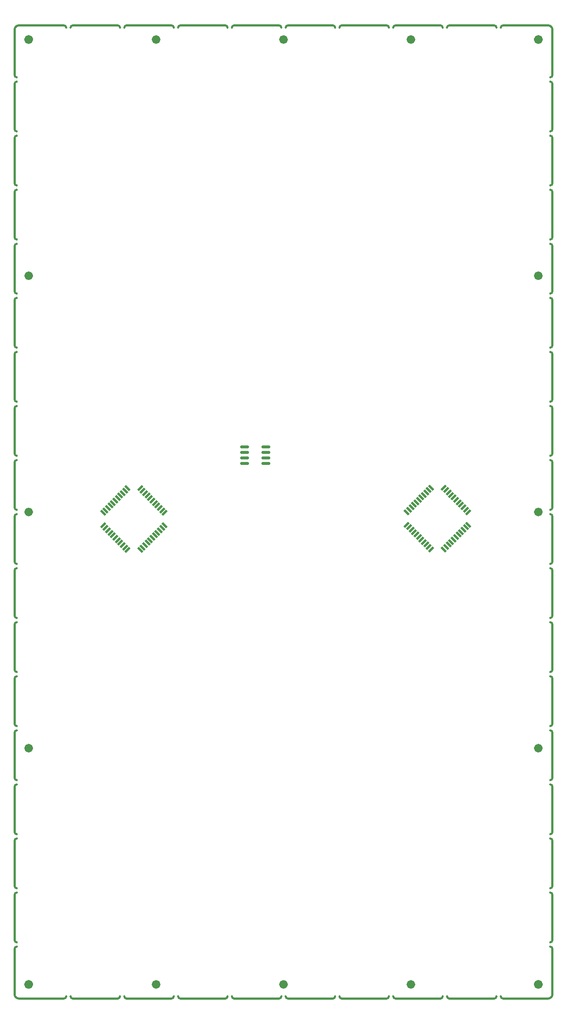
<source format=gtp>
G04 #@! TF.GenerationSoftware,KiCad,Pcbnew,8.0.4+1*
G04 #@! TF.CreationDate,2024-10-13T16:36:21+00:00*
G04 #@! TF.ProjectId,stencil,7374656e-6369-46c2-9e6b-696361645f70,v1.1*
G04 #@! TF.SameCoordinates,Original*
G04 #@! TF.FileFunction,Paste,Top*
G04 #@! TF.FilePolarity,Positive*
%FSLAX46Y46*%
G04 Gerber Fmt 4.6, Leading zero omitted, Abs format (unit mm)*
G04 Created by KiCad (PCBNEW 8.0.4+1) date 2024-10-13 16:36:21*
%MOMM*%
%LPD*%
G01*
G04 APERTURE LIST*
G04 Aperture macros list*
%AMRoundRect*
0 Rectangle with rounded corners*
0 $1 Rounding radius*
0 $2 $3 $4 $5 $6 $7 $8 $9 X,Y pos of 4 corners*
0 Add a 4 corners polygon primitive as box body*
4,1,4,$2,$3,$4,$5,$6,$7,$8,$9,$2,$3,0*
0 Add four circle primitives for the rounded corners*
1,1,$1+$1,$2,$3*
1,1,$1+$1,$4,$5*
1,1,$1+$1,$6,$7*
1,1,$1+$1,$8,$9*
0 Add four rect primitives between the rounded corners*
20,1,$1+$1,$2,$3,$4,$5,0*
20,1,$1+$1,$4,$5,$6,$7,0*
20,1,$1+$1,$6,$7,$8,$9,0*
20,1,$1+$1,$8,$9,$2,$3,0*%
%AMRotRect*
0 Rectangle, with rotation*
0 The origin of the aperture is its center*
0 $1 length*
0 $2 width*
0 $3 Rotation angle, in degrees counterclockwise*
0 Add horizontal line*
21,1,$1,$2,0,0,$3*%
G04 Aperture macros list end*
%ADD10C,0.500000*%
%ADD11C,1.000000*%
%ADD12C,1.050000*%
%ADD13RotRect,1.500000X0.520000X225.000000*%
%ADD14RotRect,0.520000X1.500000X225.000000*%
%ADD15RoundRect,0.150000X-0.825000X-0.150000X0.825000X-0.150000X0.825000X0.150000X-0.825000X0.150000X0*%
G04 APERTURE END LIST*
D10*
X154600000Y23000000D02*
G75*
G02*
X155100000Y23500000I500000J0D01*
G01*
X105000000Y-38222220D02*
G75*
G02*
X104499980Y-37722220I0J500020D01*
G01*
X104500000Y-101944440D02*
X104500000Y-112388884D01*
D11*
X167000000Y-197250000D02*
G75*
G02*
X166000000Y-197250000I-500000J0D01*
G01*
X166000000Y-197250000D02*
G75*
G02*
X167000000Y-197250000I500000J0D01*
G01*
D10*
X104500000Y-164166660D02*
G75*
G02*
X105000000Y-163666700I500000J-40D01*
G01*
X155100000Y23500000D02*
X165500000Y23500000D01*
X104500000Y10055556D02*
X104500000Y-388888D01*
X228000000Y-188555548D02*
G75*
G02*
X228499952Y-189055548I0J-499952D01*
G01*
X228000000Y-51666664D02*
G75*
G02*
X228500036Y-52166664I0J-500036D01*
G01*
X228500000Y-149722216D02*
G75*
G02*
X228000000Y-150222200I-500000J16D01*
G01*
X105000000Y-162666660D02*
G75*
G02*
X104500040Y-162166660I0J499960D01*
G01*
X105000000Y-87999996D02*
G75*
G02*
X104500004Y-87499996I0J499996D01*
G01*
D11*
X137625000Y20250000D02*
G75*
G02*
X136625000Y20250000I-500000J0D01*
G01*
X136625000Y20250000D02*
G75*
G02*
X137625000Y20250000I500000J0D01*
G01*
D10*
X228000000Y-88999996D02*
G75*
G02*
X228500004Y-89499996I0J-500004D01*
G01*
X190800000Y-200000000D02*
G75*
G02*
X190300000Y-200500000I-500000J0D01*
G01*
X141200000Y-200000000D02*
G75*
G02*
X140700000Y-200500000I-500000J0D01*
G01*
X142700000Y-200500000D02*
X153100000Y-200500000D01*
X104500000Y-39722220D02*
X104500000Y-50166664D01*
D11*
X225750000Y-34125000D02*
G75*
G02*
X224750000Y-34125000I-500000J0D01*
G01*
X224750000Y-34125000D02*
G75*
G02*
X225750000Y-34125000I500000J0D01*
G01*
D10*
X105000000Y-175111104D02*
G75*
G02*
X104499996Y-174611104I0J500004D01*
G01*
X228500000Y-87499996D02*
G75*
G02*
X228000000Y-88000000I-500000J-4D01*
G01*
X104500000Y-39722220D02*
G75*
G02*
X105000000Y-39222200I500000J20D01*
G01*
X228000000Y-64111108D02*
G75*
G02*
X228499992Y-64611108I0J-499992D01*
G01*
X155100000Y-200500000D02*
G75*
G02*
X154600000Y-200000000I0J500000D01*
G01*
X104500000Y-139277772D02*
G75*
G02*
X105000000Y-138777800I500000J-28D01*
G01*
X104500000Y-126833328D02*
G75*
G02*
X105000000Y-126333300I500000J28D01*
G01*
X105000000Y-187555548D02*
G75*
G02*
X104499952Y-187055548I0J500048D01*
G01*
X228000000Y-76555552D02*
G75*
G02*
X228500048Y-77055552I0J-500048D01*
G01*
X104500000Y-27277776D02*
G75*
G02*
X105000000Y-26777800I500000J-24D01*
G01*
X105000000Y-150222216D02*
G75*
G02*
X104499984Y-149722216I0J500016D01*
G01*
X104500000Y-139277772D02*
X104500000Y-149722216D01*
X104500000Y-52166664D02*
G75*
G02*
X105000000Y-51666700I500000J-36D01*
G01*
X153600000Y-200000000D02*
G75*
G02*
X153100000Y-200500000I-500000J0D01*
G01*
X105000000Y-75555552D02*
G75*
G02*
X104500048Y-75055552I0J499952D01*
G01*
X104500000Y22500000D02*
G75*
G02*
X105500000Y23500000I1000000J0D01*
G01*
X142200000Y23000000D02*
G75*
G02*
X142700000Y23500000I500000J0D01*
G01*
X179900000Y23500000D02*
X190300000Y23500000D01*
X165500000Y23500000D02*
G75*
G02*
X166000000Y23000000I0J-500000D01*
G01*
X228500000Y-114388884D02*
X228500000Y-124833328D01*
X228500000Y-52166664D02*
X228500000Y-62611108D01*
X128800000Y-200000000D02*
G75*
G02*
X128300000Y-200500000I-500000J0D01*
G01*
X104500000Y-89499996D02*
G75*
G02*
X105000000Y-89000000I500000J-4D01*
G01*
X228500000Y-189055548D02*
X228500000Y-199499992D01*
X228000000Y-26777776D02*
G75*
G02*
X228500024Y-27277776I0J-500024D01*
G01*
X228500000Y-162166660D02*
G75*
G02*
X228000000Y-162666700I-500000J-40D01*
G01*
X228500000Y-12833332D02*
G75*
G02*
X228000000Y-13333300I-500000J32D01*
G01*
X104500000Y-189055548D02*
G75*
G02*
X105000000Y-188555500I500000J48D01*
G01*
X228500000Y-39722220D02*
X228500000Y-50166664D01*
D11*
X225750000Y-88500000D02*
G75*
G02*
X224750000Y-88500000I-500000J0D01*
G01*
X224750000Y-88500000D02*
G75*
G02*
X225750000Y-88500000I500000J0D01*
G01*
D10*
X104500000Y10055556D02*
G75*
G02*
X105000000Y10555600I500000J44D01*
G01*
X104500000Y-176611104D02*
G75*
G02*
X105000000Y-176111100I500000J4D01*
G01*
X117900000Y23500000D02*
X128300000Y23500000D01*
X166000000Y-200000000D02*
G75*
G02*
X165500000Y-200500000I-500000J0D01*
G01*
D12*
X108275000Y-197250000D02*
G75*
G02*
X107225000Y-197250000I-525000J0D01*
G01*
X107225000Y-197250000D02*
G75*
G02*
X108275000Y-197250000I525000J0D01*
G01*
D10*
X192300000Y-200500000D02*
X202700000Y-200500000D01*
X104500000Y-176611104D02*
X104500000Y-187055548D01*
X167500000Y23500000D02*
X177900000Y23500000D01*
X228500000Y-112388884D02*
G75*
G02*
X228000000Y-112888900I-500000J-16D01*
G01*
X228500000Y-176611104D02*
X228500000Y-187055548D01*
X104500000Y-77055552D02*
G75*
G02*
X105000000Y-76555600I500000J-48D01*
G01*
X104500000Y-14833332D02*
G75*
G02*
X105000000Y-14333300I500000J32D01*
G01*
D11*
X108250000Y-34125000D02*
G75*
G02*
X107250000Y-34125000I-500000J0D01*
G01*
X107250000Y-34125000D02*
G75*
G02*
X108250000Y-34125000I500000J0D01*
G01*
D10*
X105000000Y-63111108D02*
G75*
G02*
X104499992Y-62611108I0J500008D01*
G01*
X129800000Y23000000D02*
G75*
G02*
X130300000Y23500000I500000J0D01*
G01*
X228500000Y-137277772D02*
G75*
G02*
X228000000Y-137777800I-500000J-28D01*
G01*
X192300000Y-200500000D02*
G75*
G02*
X191800000Y-200000000I0J500000D01*
G01*
X104500000Y22500000D02*
X104500000Y12055556D01*
X228500000Y10055556D02*
X228500000Y-388888D01*
X115900000Y23500000D02*
G75*
G02*
X116400000Y23000000I0J-500000D01*
G01*
X228000000Y-163666660D02*
G75*
G02*
X228500040Y-164166660I0J-500040D01*
G01*
D11*
X225750000Y-142875000D02*
G75*
G02*
X224750000Y-142875000I-500000J0D01*
G01*
X224750000Y-142875000D02*
G75*
G02*
X225750000Y-142875000I500000J0D01*
G01*
D10*
X104500000Y-52166664D02*
X104500000Y-62611108D01*
X105500000Y23500000D02*
X115900000Y23500000D01*
X117900000Y-200500000D02*
X128300000Y-200500000D01*
X228500000Y-75055552D02*
G75*
G02*
X228000000Y-75555600I-500000J-48D01*
G01*
X142700000Y-200500000D02*
G75*
G02*
X142200000Y-200000000I0J500000D01*
G01*
X228500000Y-164166660D02*
X228500000Y-174611104D01*
X228500000Y-139277772D02*
X228500000Y-149722216D01*
X105500000Y-200500000D02*
X115900000Y-200500000D01*
X104500000Y-77055552D02*
X104500000Y-87499996D01*
D12*
X225775000Y20250000D02*
G75*
G02*
X224725000Y20250000I-525000J0D01*
G01*
X224725000Y20250000D02*
G75*
G02*
X225775000Y20250000I525000J0D01*
G01*
D10*
X217100000Y-200500000D02*
G75*
G02*
X216600000Y-200000000I0J500000D01*
G01*
X104500000Y-114388884D02*
G75*
G02*
X105000000Y-113888900I500000J-16D01*
G01*
D11*
X196375000Y20250000D02*
G75*
G02*
X195375000Y20250000I-500000J0D01*
G01*
X195375000Y20250000D02*
G75*
G02*
X196375000Y20250000I500000J0D01*
G01*
D10*
X228500000Y-27277776D02*
X228500000Y-37722220D01*
X228000000Y10555556D02*
G75*
G02*
X228499956Y10055556I0J-499956D01*
G01*
X228500000Y-199500000D02*
G75*
G02*
X227500000Y-200500000I-1000000J0D01*
G01*
X228000000Y-113888884D02*
G75*
G02*
X228500016Y-114388884I0J-500016D01*
G01*
X217100000Y-200500000D02*
X227500000Y-200500000D01*
X104500000Y-89499996D02*
X104500000Y-99944440D01*
X216600000Y23000000D02*
G75*
G02*
X217100000Y23500000I500000J0D01*
G01*
X228500000Y-89499996D02*
X228500000Y-99944440D01*
X178400000Y-200000000D02*
G75*
G02*
X177900000Y-200500000I-500000J0D01*
G01*
X228000000Y-14333332D02*
G75*
G02*
X228499968Y-14833332I0J-499968D01*
G01*
X105000000Y-112888884D02*
G75*
G02*
X104500016Y-112388884I0J499984D01*
G01*
X228500000Y-126833328D02*
X228500000Y-137277772D01*
X104500000Y-2388888D02*
G75*
G02*
X105000000Y-1888900I500000J-12D01*
G01*
X117400000Y23000000D02*
G75*
G02*
X117900000Y23500000I500000J0D01*
G01*
X228000000Y-176111104D02*
G75*
G02*
X228499996Y-176611104I0J-499996D01*
G01*
X204200000Y23000000D02*
G75*
G02*
X204700000Y23500000I500000J0D01*
G01*
X190300000Y23500000D02*
G75*
G02*
X190800000Y23000000I0J-500000D01*
G01*
X228500000Y-77055552D02*
X228500000Y-87499996D01*
X105000000Y-137777772D02*
G75*
G02*
X104500028Y-137277772I0J499972D01*
G01*
X167000000Y23000000D02*
G75*
G02*
X167500000Y23500000I500000J0D01*
G01*
D11*
X167000000Y20250000D02*
G75*
G02*
X166000000Y20250000I-500000J0D01*
G01*
X166000000Y20250000D02*
G75*
G02*
X167000000Y20250000I500000J0D01*
G01*
D10*
X104500000Y-27277776D02*
X104500000Y-37722220D01*
X104500000Y-2388888D02*
X104500000Y-12833332D01*
X167500000Y-200500000D02*
X177900000Y-200500000D01*
D11*
X137625000Y-197250000D02*
G75*
G02*
X136625000Y-197250000I-500000J0D01*
G01*
X136625000Y-197250000D02*
G75*
G02*
X137625000Y-197250000I500000J0D01*
G01*
D10*
X217100000Y23500000D02*
X227500000Y23500000D01*
X204700000Y-200500000D02*
G75*
G02*
X204200000Y-200000000I0J500000D01*
G01*
X116400000Y-200000000D02*
G75*
G02*
X115900000Y-200500000I-500000J0D01*
G01*
X105000000Y-13333332D02*
G75*
G02*
X104499968Y-12833332I0J500032D01*
G01*
X228000000Y-126333328D02*
G75*
G02*
X228499972Y-126833328I0J-499972D01*
G01*
X153100000Y23500000D02*
G75*
G02*
X153600000Y23000000I0J-500000D01*
G01*
X228500000Y12055556D02*
G75*
G02*
X228000000Y11555600I-500000J44D01*
G01*
X105000000Y-100444440D02*
G75*
G02*
X104499960Y-99944440I0J500040D01*
G01*
X105000000Y-888888D02*
G75*
G02*
X104500012Y-388888I0J499988D01*
G01*
X228000000Y-39222220D02*
G75*
G02*
X228499980Y-39722220I0J-499980D01*
G01*
X228500000Y-101944440D02*
X228500000Y-112388884D01*
X228500000Y-64611108D02*
X228500000Y-75055552D01*
X104500000Y-114388884D02*
X104500000Y-124833328D01*
X228500000Y-14833332D02*
X228500000Y-25277776D01*
X204700000Y23500000D02*
X215100000Y23500000D01*
D12*
X225775000Y-197250000D02*
G75*
G02*
X224725000Y-197250000I-525000J0D01*
G01*
X224725000Y-197250000D02*
G75*
G02*
X225775000Y-197250000I525000J0D01*
G01*
D11*
X108250000Y-142875000D02*
G75*
G02*
X107250000Y-142875000I-500000J0D01*
G01*
X107250000Y-142875000D02*
G75*
G02*
X108250000Y-142875000I500000J0D01*
G01*
D10*
X155100000Y-200500000D02*
X165500000Y-200500000D01*
X203200000Y-200000000D02*
G75*
G02*
X202700000Y-200500000I-500000J0D01*
G01*
X104500000Y-151722216D02*
G75*
G02*
X105000000Y-151222200I500000J16D01*
G01*
X140700000Y23500000D02*
G75*
G02*
X141200000Y23000000I0J-500000D01*
G01*
X142700000Y23500000D02*
X153100000Y23500000D01*
X228000000Y-101444440D02*
G75*
G02*
X228499960Y-101944440I0J-499960D01*
G01*
X130300000Y23500000D02*
X140700000Y23500000D01*
X167500000Y-200500000D02*
G75*
G02*
X167000000Y-200000000I0J500000D01*
G01*
X105000000Y-50666664D02*
G75*
G02*
X104500036Y-50166664I0J499964D01*
G01*
X202700000Y23500000D02*
G75*
G02*
X203200000Y23000000I0J-500000D01*
G01*
X104500000Y-164166660D02*
X104500000Y-174611104D01*
X191800000Y23000000D02*
G75*
G02*
X192300000Y23500000I500000J0D01*
G01*
X228500000Y-388888D02*
G75*
G02*
X228000000Y-888900I-500000J-12D01*
G01*
X105000000Y-125333328D02*
G75*
G02*
X104499972Y-124833328I0J500028D01*
G01*
X104500000Y-14833332D02*
X104500000Y-25277776D01*
X228500000Y22500000D02*
X228500000Y12055556D01*
X228000000Y-151222216D02*
G75*
G02*
X228499984Y-151722216I0J-499984D01*
G01*
X228500000Y-2388888D02*
X228500000Y-12833332D01*
X105000000Y-25777776D02*
G75*
G02*
X104500024Y-25277776I0J499976D01*
G01*
X130300000Y-200500000D02*
X140700000Y-200500000D01*
X105000000Y11555556D02*
G75*
G02*
X104499956Y12055556I0J500044D01*
G01*
X192300000Y23500000D02*
X202700000Y23500000D01*
X228000000Y-1888888D02*
G75*
G02*
X228500012Y-2388888I0J-500012D01*
G01*
X130300000Y-200500000D02*
G75*
G02*
X129800000Y-200000000I0J500000D01*
G01*
X227500000Y23500000D02*
G75*
G02*
X228500000Y22500000I0J-1000000D01*
G01*
X117900000Y-200500000D02*
G75*
G02*
X117400000Y-200000000I0J500000D01*
G01*
X204700000Y-200500000D02*
X215100000Y-200500000D01*
X228500000Y-99944440D02*
G75*
G02*
X228000000Y-100444400I-500000J40D01*
G01*
D12*
X108275000Y20250000D02*
G75*
G02*
X107225000Y20250000I-525000J0D01*
G01*
X107225000Y20250000D02*
G75*
G02*
X108275000Y20250000I525000J0D01*
G01*
D10*
X215100000Y23500000D02*
G75*
G02*
X215600000Y23000000I0J-500000D01*
G01*
X228500000Y-187055548D02*
G75*
G02*
X228000000Y-187555500I-500000J48D01*
G01*
X104500000Y-64611108D02*
G75*
G02*
X105000000Y-64111100I500000J8D01*
G01*
X228500000Y-151722216D02*
X228500000Y-162166660D01*
X104500000Y-101944440D02*
G75*
G02*
X105000000Y-101444400I500000J40D01*
G01*
X215600000Y-200000000D02*
G75*
G02*
X215100000Y-200500000I-500000J0D01*
G01*
X105500000Y-200500000D02*
G75*
G02*
X104500000Y-199500000I0J1000000D01*
G01*
X177900000Y23500000D02*
G75*
G02*
X178400000Y23000000I0J-500000D01*
G01*
X228500000Y-124833328D02*
G75*
G02*
X228000000Y-125333300I-500000J28D01*
G01*
X104500000Y-126833328D02*
X104500000Y-137277772D01*
D11*
X108250000Y-88500000D02*
G75*
G02*
X107250000Y-88500000I-500000J0D01*
G01*
X107250000Y-88500000D02*
G75*
G02*
X108250000Y-88500000I500000J0D01*
G01*
D10*
X228000000Y-138777772D02*
G75*
G02*
X228500028Y-139277772I0J-500028D01*
G01*
X179400000Y23000000D02*
G75*
G02*
X179900000Y23500000I500000J0D01*
G01*
X228500000Y-25277776D02*
G75*
G02*
X228000000Y-25777800I-500000J-24D01*
G01*
X104500000Y-189055548D02*
X104500000Y-199499992D01*
X228500000Y-174611104D02*
G75*
G02*
X228000000Y-175111100I-500000J4D01*
G01*
X128300000Y23500000D02*
G75*
G02*
X128800000Y23000000I0J-500000D01*
G01*
D11*
X196375000Y-197250000D02*
G75*
G02*
X195375000Y-197250000I-500000J0D01*
G01*
X195375000Y-197250000D02*
G75*
G02*
X196375000Y-197250000I500000J0D01*
G01*
D10*
X228500000Y-62611108D02*
G75*
G02*
X228000000Y-63111100I-500000J8D01*
G01*
X104500000Y-64611108D02*
X104500000Y-75055552D01*
X104500000Y-151722216D02*
X104500000Y-162166660D01*
X179900000Y-200500000D02*
G75*
G02*
X179400000Y-200000000I0J500000D01*
G01*
X228500000Y-50166664D02*
G75*
G02*
X228000000Y-50666700I-500000J-36D01*
G01*
X179900000Y-200500000D02*
X190300000Y-200500000D01*
X228500000Y-37722220D02*
G75*
G02*
X228000000Y-38222200I-500000J20D01*
G01*
D13*
G04 #@! TO.C,U3*
X139106423Y-88697056D03*
X138540738Y-88131371D03*
X137975052Y-87565685D03*
X137409367Y-87000000D03*
X136843681Y-86434314D03*
X136277996Y-85868629D03*
X135712311Y-85302944D03*
X135146625Y-84737258D03*
X134580940Y-84171573D03*
X134015254Y-83605887D03*
X133449569Y-83040202D03*
D14*
X130550431Y-83040202D03*
X129984746Y-83605887D03*
X129419060Y-84171573D03*
X128853375Y-84737258D03*
X128287689Y-85302944D03*
X127722004Y-85868629D03*
X127156319Y-86434314D03*
X126590633Y-87000000D03*
X126024948Y-87565685D03*
X125459262Y-88131371D03*
X124893577Y-88697056D03*
D13*
X124893577Y-91596194D03*
X125459262Y-92161879D03*
X126024948Y-92727565D03*
X126590633Y-93293250D03*
X127156319Y-93858936D03*
X127722004Y-94424621D03*
X128287689Y-94990306D03*
X128853375Y-95555992D03*
X129419060Y-96121677D03*
X129984746Y-96687363D03*
X130550431Y-97253048D03*
D14*
X133449569Y-97253048D03*
X134015254Y-96687363D03*
X134580940Y-96121677D03*
X135146625Y-95555992D03*
X135712311Y-94990306D03*
X136277996Y-94424621D03*
X136843681Y-93858936D03*
X137409367Y-93293250D03*
X137975052Y-92727565D03*
X138540738Y-92161879D03*
X139106423Y-91596194D03*
G04 #@! TD*
D15*
G04 #@! TO.C,U7*
X157525000Y-73495000D03*
X157525000Y-74765000D03*
X157525000Y-76035000D03*
X157525000Y-77305000D03*
X162475000Y-77305000D03*
X162475000Y-76035000D03*
X162475000Y-74765000D03*
X162475000Y-73495000D03*
G04 #@! TD*
D13*
G04 #@! TO.C,U5*
X209106423Y-88550431D03*
X208540738Y-87984746D03*
X207975052Y-87419060D03*
X207409367Y-86853375D03*
X206843681Y-86287689D03*
X206277996Y-85722004D03*
X205712311Y-85156319D03*
X205146625Y-84590633D03*
X204580940Y-84024948D03*
X204015254Y-83459262D03*
X203449569Y-82893577D03*
D14*
X200550431Y-82893577D03*
X199984746Y-83459262D03*
X199419060Y-84024948D03*
X198853375Y-84590633D03*
X198287689Y-85156319D03*
X197722004Y-85722004D03*
X197156319Y-86287689D03*
X196590633Y-86853375D03*
X196024948Y-87419060D03*
X195459262Y-87984746D03*
X194893577Y-88550431D03*
D13*
X194893577Y-91449569D03*
X195459262Y-92015254D03*
X196024948Y-92580940D03*
X196590633Y-93146625D03*
X197156319Y-93712311D03*
X197722004Y-94277996D03*
X198287689Y-94843681D03*
X198853375Y-95409367D03*
X199419060Y-95975052D03*
X199984746Y-96540738D03*
X200550431Y-97106423D03*
D14*
X203449569Y-97106423D03*
X204015254Y-96540738D03*
X204580940Y-95975052D03*
X205146625Y-95409367D03*
X205712311Y-94843681D03*
X206277996Y-94277996D03*
X206843681Y-93712311D03*
X207409367Y-93146625D03*
X207975052Y-92580940D03*
X208540738Y-92015254D03*
X209106423Y-91449569D03*
G04 #@! TD*
M02*

</source>
